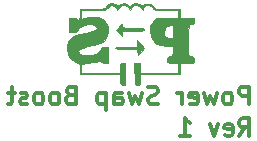
<source format=gbo>
G04 #@! TF.FileFunction,Legend,Bot*
%FSLAX46Y46*%
G04 Gerber Fmt 4.6, Leading zero omitted, Abs format (unit mm)*
G04 Created by KiCad (PCBNEW 0.201509151501+6198~30~ubuntu14.04.1-product) date Sun 08 Nov 2015 02:29:05 PM EST*
%MOMM*%
G01*
G04 APERTURE LIST*
%ADD10C,0.100000*%
%ADD11C,0.300000*%
%ADD12C,0.010000*%
%ADD13R,2.432000X2.432000*%
%ADD14O,2.432000X2.432000*%
%ADD15C,0.501600*%
G04 APERTURE END LIST*
D10*
D11*
X129543713Y-70655571D02*
X130043713Y-69941286D01*
X130400856Y-70655571D02*
X130400856Y-69155571D01*
X129829428Y-69155571D01*
X129686570Y-69227000D01*
X129615142Y-69298429D01*
X129543713Y-69441286D01*
X129543713Y-69655571D01*
X129615142Y-69798429D01*
X129686570Y-69869857D01*
X129829428Y-69941286D01*
X130400856Y-69941286D01*
X128329428Y-70584143D02*
X128472285Y-70655571D01*
X128757999Y-70655571D01*
X128900856Y-70584143D01*
X128972285Y-70441286D01*
X128972285Y-69869857D01*
X128900856Y-69727000D01*
X128757999Y-69655571D01*
X128472285Y-69655571D01*
X128329428Y-69727000D01*
X128257999Y-69869857D01*
X128257999Y-70012714D01*
X128972285Y-70155571D01*
X127757999Y-69655571D02*
X127400856Y-70655571D01*
X127043714Y-69655571D01*
X124543714Y-70655571D02*
X125400857Y-70655571D01*
X124972285Y-70655571D02*
X124972285Y-69155571D01*
X125115142Y-69369857D01*
X125258000Y-69512714D01*
X125400857Y-69584143D01*
X130376143Y-67988571D02*
X130376143Y-66488571D01*
X129804715Y-66488571D01*
X129661857Y-66560000D01*
X129590429Y-66631429D01*
X129519000Y-66774286D01*
X129519000Y-66988571D01*
X129590429Y-67131429D01*
X129661857Y-67202857D01*
X129804715Y-67274286D01*
X130376143Y-67274286D01*
X128661857Y-67988571D02*
X128804715Y-67917143D01*
X128876143Y-67845714D01*
X128947572Y-67702857D01*
X128947572Y-67274286D01*
X128876143Y-67131429D01*
X128804715Y-67060000D01*
X128661857Y-66988571D01*
X128447572Y-66988571D01*
X128304715Y-67060000D01*
X128233286Y-67131429D01*
X128161857Y-67274286D01*
X128161857Y-67702857D01*
X128233286Y-67845714D01*
X128304715Y-67917143D01*
X128447572Y-67988571D01*
X128661857Y-67988571D01*
X127661857Y-66988571D02*
X127376143Y-67988571D01*
X127090429Y-67274286D01*
X126804714Y-67988571D01*
X126519000Y-66988571D01*
X125376143Y-67917143D02*
X125519000Y-67988571D01*
X125804714Y-67988571D01*
X125947571Y-67917143D01*
X126019000Y-67774286D01*
X126019000Y-67202857D01*
X125947571Y-67060000D01*
X125804714Y-66988571D01*
X125519000Y-66988571D01*
X125376143Y-67060000D01*
X125304714Y-67202857D01*
X125304714Y-67345714D01*
X126019000Y-67488571D01*
X124661857Y-67988571D02*
X124661857Y-66988571D01*
X124661857Y-67274286D02*
X124590429Y-67131429D01*
X124519000Y-67060000D01*
X124376143Y-66988571D01*
X124233286Y-66988571D01*
X122661858Y-67917143D02*
X122447572Y-67988571D01*
X122090429Y-67988571D01*
X121947572Y-67917143D01*
X121876143Y-67845714D01*
X121804715Y-67702857D01*
X121804715Y-67560000D01*
X121876143Y-67417143D01*
X121947572Y-67345714D01*
X122090429Y-67274286D01*
X122376143Y-67202857D01*
X122519001Y-67131429D01*
X122590429Y-67060000D01*
X122661858Y-66917143D01*
X122661858Y-66774286D01*
X122590429Y-66631429D01*
X122519001Y-66560000D01*
X122376143Y-66488571D01*
X122019001Y-66488571D01*
X121804715Y-66560000D01*
X121304715Y-66988571D02*
X121019001Y-67988571D01*
X120733287Y-67274286D01*
X120447572Y-67988571D01*
X120161858Y-66988571D01*
X118947572Y-67988571D02*
X118947572Y-67202857D01*
X119019001Y-67060000D01*
X119161858Y-66988571D01*
X119447572Y-66988571D01*
X119590429Y-67060000D01*
X118947572Y-67917143D02*
X119090429Y-67988571D01*
X119447572Y-67988571D01*
X119590429Y-67917143D01*
X119661858Y-67774286D01*
X119661858Y-67631429D01*
X119590429Y-67488571D01*
X119447572Y-67417143D01*
X119090429Y-67417143D01*
X118947572Y-67345714D01*
X118233286Y-66988571D02*
X118233286Y-68488571D01*
X118233286Y-67060000D02*
X118090429Y-66988571D01*
X117804715Y-66988571D01*
X117661858Y-67060000D01*
X117590429Y-67131429D01*
X117519000Y-67274286D01*
X117519000Y-67702857D01*
X117590429Y-67845714D01*
X117661858Y-67917143D01*
X117804715Y-67988571D01*
X118090429Y-67988571D01*
X118233286Y-67917143D01*
X115233286Y-67202857D02*
X115019000Y-67274286D01*
X114947572Y-67345714D01*
X114876143Y-67488571D01*
X114876143Y-67702857D01*
X114947572Y-67845714D01*
X115019000Y-67917143D01*
X115161858Y-67988571D01*
X115733286Y-67988571D01*
X115733286Y-66488571D01*
X115233286Y-66488571D01*
X115090429Y-66560000D01*
X115019000Y-66631429D01*
X114947572Y-66774286D01*
X114947572Y-66917143D01*
X115019000Y-67060000D01*
X115090429Y-67131429D01*
X115233286Y-67202857D01*
X115733286Y-67202857D01*
X114019000Y-67988571D02*
X114161858Y-67917143D01*
X114233286Y-67845714D01*
X114304715Y-67702857D01*
X114304715Y-67274286D01*
X114233286Y-67131429D01*
X114161858Y-67060000D01*
X114019000Y-66988571D01*
X113804715Y-66988571D01*
X113661858Y-67060000D01*
X113590429Y-67131429D01*
X113519000Y-67274286D01*
X113519000Y-67702857D01*
X113590429Y-67845714D01*
X113661858Y-67917143D01*
X113804715Y-67988571D01*
X114019000Y-67988571D01*
X112661857Y-67988571D02*
X112804715Y-67917143D01*
X112876143Y-67845714D01*
X112947572Y-67702857D01*
X112947572Y-67274286D01*
X112876143Y-67131429D01*
X112804715Y-67060000D01*
X112661857Y-66988571D01*
X112447572Y-66988571D01*
X112304715Y-67060000D01*
X112233286Y-67131429D01*
X112161857Y-67274286D01*
X112161857Y-67702857D01*
X112233286Y-67845714D01*
X112304715Y-67917143D01*
X112447572Y-67988571D01*
X112661857Y-67988571D01*
X111590429Y-67917143D02*
X111447572Y-67988571D01*
X111161857Y-67988571D01*
X111019000Y-67917143D01*
X110947572Y-67774286D01*
X110947572Y-67702857D01*
X111019000Y-67560000D01*
X111161857Y-67488571D01*
X111376143Y-67488571D01*
X111519000Y-67417143D01*
X111590429Y-67274286D01*
X111590429Y-67202857D01*
X111519000Y-67060000D01*
X111376143Y-66988571D01*
X111161857Y-66988571D01*
X111019000Y-67060000D01*
X110519000Y-66988571D02*
X109947571Y-66988571D01*
X110304714Y-66488571D02*
X110304714Y-67774286D01*
X110233286Y-67917143D01*
X110090428Y-67988571D01*
X109947571Y-67988571D01*
D12*
G36*
X119583016Y-59482714D02*
X119511242Y-59516419D01*
X119311744Y-59595299D01*
X119150864Y-59580074D01*
X119016398Y-59518717D01*
X118717554Y-59448311D01*
X118438060Y-59531237D01*
X118240458Y-59729227D01*
X118181998Y-59801875D01*
X118093561Y-59850750D01*
X117944287Y-59880498D01*
X117703312Y-59895762D01*
X117339774Y-59901190D01*
X117094801Y-59901666D01*
X116056834Y-59901666D01*
X116056834Y-60320003D01*
X116030903Y-60623346D01*
X115958341Y-60790433D01*
X115846991Y-60808922D01*
X115778523Y-60757889D01*
X115633230Y-60692190D01*
X115412480Y-60663700D01*
X115404900Y-60663666D01*
X115125500Y-60663666D01*
X115125500Y-61838271D01*
X115400667Y-61864802D01*
X115613685Y-61854710D01*
X115766288Y-61746024D01*
X115847701Y-61637333D01*
X116074121Y-61420922D01*
X116384891Y-61272891D01*
X116730857Y-61200801D01*
X117062869Y-61212210D01*
X117331775Y-61314679D01*
X117421414Y-61395277D01*
X117461645Y-61542698D01*
X117342898Y-61683656D01*
X117075527Y-61811437D01*
X116669887Y-61919325D01*
X116589207Y-61934967D01*
X115993647Y-62071299D01*
X115550030Y-62238634D01*
X115241889Y-62450341D01*
X115052755Y-62719788D01*
X114966160Y-63060345D01*
X114956167Y-63260592D01*
X115013882Y-63711828D01*
X115196394Y-64056872D01*
X115517749Y-64317632D01*
X115689199Y-64403634D01*
X115908346Y-64509306D01*
X116016607Y-64612996D01*
X116053077Y-64776402D01*
X116056834Y-64983838D01*
X116056834Y-65401420D01*
X117729000Y-65424376D01*
X119401167Y-65447333D01*
X119426758Y-65891833D01*
X119448834Y-66151523D01*
X119490917Y-66283981D01*
X119575053Y-66331296D01*
X119659592Y-66336333D01*
X119866834Y-66336333D01*
X119866834Y-64473666D01*
X119655167Y-64473666D01*
X119529545Y-64487391D01*
X119466875Y-64557437D01*
X119445506Y-64727106D01*
X119443500Y-64897000D01*
X119443500Y-65320333D01*
X116141500Y-65320333D01*
X116141500Y-64593153D01*
X116713000Y-64489229D01*
X117052609Y-64427516D01*
X117365838Y-64370668D01*
X117559667Y-64335555D01*
X117765160Y-64323762D01*
X117834834Y-64379736D01*
X117909230Y-64441810D01*
X118092177Y-64472851D01*
X118131167Y-64473666D01*
X118427500Y-64473666D01*
X118427500Y-63119000D01*
X118137056Y-63119000D01*
X117929671Y-63141652D01*
X117837495Y-63228841D01*
X117819556Y-63301005D01*
X117701607Y-63550736D01*
X117438753Y-63725603D01*
X117040083Y-63821169D01*
X116718251Y-63838666D01*
X116394474Y-63831941D01*
X116194849Y-63804101D01*
X116074469Y-63743648D01*
X115998444Y-63654372D01*
X115923352Y-63506197D01*
X115963169Y-63389246D01*
X116044525Y-63300642D01*
X116241342Y-63180204D01*
X116527219Y-63090910D01*
X116622231Y-63074349D01*
X117240183Y-62961178D01*
X117707654Y-62808586D01*
X118041184Y-62605044D01*
X118257313Y-62339023D01*
X118372581Y-61998995D01*
X118394194Y-61839207D01*
X118393106Y-61431724D01*
X118289606Y-61125320D01*
X118062667Y-60872579D01*
X117918267Y-60766142D01*
X117732506Y-60658317D01*
X117544112Y-60603033D01*
X117292744Y-60588875D01*
X117030500Y-60598173D01*
X116710461Y-60623308D01*
X116443757Y-60659280D01*
X116289667Y-60697797D01*
X116199243Y-60719000D01*
X116155294Y-60649390D01*
X116141928Y-60454495D01*
X116141500Y-60376391D01*
X116141500Y-59986333D01*
X117222090Y-59986333D01*
X117667493Y-59984909D01*
X117973116Y-59977415D01*
X118168508Y-59959014D01*
X118283219Y-59924871D01*
X118346798Y-59870152D01*
X118386257Y-59795833D01*
X118538082Y-59621827D01*
X118748277Y-59574176D01*
X118960174Y-59654973D01*
X119067649Y-59770641D01*
X119210401Y-59988508D01*
X119407574Y-59775754D01*
X119645746Y-59598541D01*
X119872930Y-59589110D01*
X120084003Y-59747544D01*
X120097909Y-59764753D01*
X120256608Y-59966506D01*
X120436315Y-59764753D01*
X120665405Y-59594491D01*
X120892808Y-59592367D01*
X121108464Y-59758237D01*
X121121707Y-59774666D01*
X121278758Y-59946766D01*
X121366001Y-59970435D01*
X121390834Y-59862312D01*
X121459777Y-59704886D01*
X121629305Y-59615176D01*
X121843467Y-59596319D01*
X122046313Y-59651453D01*
X122181891Y-59783718D01*
X122195230Y-59817196D01*
X122229274Y-59887776D01*
X122297760Y-59935473D01*
X122429725Y-59964728D01*
X122654205Y-59979978D01*
X123000235Y-59985664D01*
X123301539Y-59986333D01*
X124354167Y-59986333D01*
X124354167Y-60648684D01*
X122477253Y-60706000D01*
X122230377Y-60982502D01*
X122074879Y-61189270D01*
X122001830Y-61401970D01*
X121983632Y-61701087D01*
X121983632Y-61702169D01*
X122041922Y-62201405D01*
X122218521Y-62581212D01*
X122516520Y-62844493D01*
X122939010Y-62994153D01*
X123401667Y-63034201D01*
X123930834Y-63034333D01*
X123930834Y-63422687D01*
X123919605Y-63667396D01*
X123865610Y-63801292D01*
X123738388Y-63882448D01*
X123676834Y-63906916D01*
X123489220Y-64015436D01*
X123424993Y-64181168D01*
X123422834Y-64238228D01*
X123432247Y-64372877D01*
X123488238Y-64442968D01*
X123632434Y-64469548D01*
X123888500Y-64473666D01*
X124354167Y-64473666D01*
X124354167Y-65320333D01*
X121136834Y-65320333D01*
X121136834Y-64897000D01*
X121131360Y-64646412D01*
X121097265Y-64521455D01*
X121008039Y-64478440D01*
X120879969Y-64473666D01*
X120623105Y-64473666D01*
X120671167Y-66294000D01*
X120904000Y-66320790D01*
X121036488Y-66327825D01*
X121105832Y-66283599D01*
X121132469Y-66149097D01*
X121136833Y-65885304D01*
X121136834Y-65876290D01*
X121136834Y-65405000D01*
X124523500Y-65405000D01*
X124523500Y-64473666D01*
X125116167Y-64473666D01*
X125425651Y-64471164D01*
X125602753Y-64453872D01*
X125684424Y-64407110D01*
X125707617Y-64316201D01*
X125708834Y-64238228D01*
X125668158Y-64048971D01*
X125515513Y-63931821D01*
X125454834Y-63906916D01*
X125200834Y-63811042D01*
X125200834Y-62592954D01*
X125204957Y-62067951D01*
X125216748Y-61792555D01*
X123930834Y-61792555D01*
X123922761Y-62079657D01*
X123901723Y-62294624D01*
X123875931Y-62383680D01*
X123755425Y-62406718D01*
X123557665Y-62373653D01*
X123358247Y-62301256D01*
X123274667Y-62250291D01*
X123205544Y-62116816D01*
X123170075Y-61893832D01*
X123168834Y-61843433D01*
X123237534Y-61535807D01*
X123429635Y-61332929D01*
X123724140Y-61256456D01*
X123738006Y-61256333D01*
X123842887Y-61269037D01*
X123900748Y-61332831D01*
X123925443Y-61486233D01*
X123930823Y-61767767D01*
X123930834Y-61792555D01*
X125216748Y-61792555D01*
X125221180Y-61689055D01*
X125255286Y-61433158D01*
X125313055Y-61277152D01*
X125400270Y-61197929D01*
X125522711Y-61172380D01*
X125556434Y-61171666D01*
X125670281Y-61122476D01*
X125708358Y-60951672D01*
X125708834Y-60917666D01*
X125708834Y-60663666D01*
X124523500Y-60663666D01*
X124523500Y-59901666D01*
X123432709Y-59901666D01*
X122984113Y-59899949D01*
X122676618Y-59892009D01*
X122482000Y-59873659D01*
X122372039Y-59840713D01*
X122318513Y-59788986D01*
X122297902Y-59733352D01*
X122172622Y-59551155D01*
X121948947Y-59456239D01*
X121682196Y-59464857D01*
X121549286Y-59513404D01*
X121349878Y-59589700D01*
X121184621Y-59568430D01*
X121071891Y-59515989D01*
X120772317Y-59440395D01*
X120482175Y-59532615D01*
X120353667Y-59628470D01*
X120241804Y-59697562D01*
X120205500Y-59674379D01*
X120136751Y-59582058D01*
X119985435Y-59489912D01*
X119785082Y-59434302D01*
X119583016Y-59482714D01*
X119583016Y-59482714D01*
G37*
X119583016Y-59482714D02*
X119511242Y-59516419D01*
X119311744Y-59595299D01*
X119150864Y-59580074D01*
X119016398Y-59518717D01*
X118717554Y-59448311D01*
X118438060Y-59531237D01*
X118240458Y-59729227D01*
X118181998Y-59801875D01*
X118093561Y-59850750D01*
X117944287Y-59880498D01*
X117703312Y-59895762D01*
X117339774Y-59901190D01*
X117094801Y-59901666D01*
X116056834Y-59901666D01*
X116056834Y-60320003D01*
X116030903Y-60623346D01*
X115958341Y-60790433D01*
X115846991Y-60808922D01*
X115778523Y-60757889D01*
X115633230Y-60692190D01*
X115412480Y-60663700D01*
X115404900Y-60663666D01*
X115125500Y-60663666D01*
X115125500Y-61838271D01*
X115400667Y-61864802D01*
X115613685Y-61854710D01*
X115766288Y-61746024D01*
X115847701Y-61637333D01*
X116074121Y-61420922D01*
X116384891Y-61272891D01*
X116730857Y-61200801D01*
X117062869Y-61212210D01*
X117331775Y-61314679D01*
X117421414Y-61395277D01*
X117461645Y-61542698D01*
X117342898Y-61683656D01*
X117075527Y-61811437D01*
X116669887Y-61919325D01*
X116589207Y-61934967D01*
X115993647Y-62071299D01*
X115550030Y-62238634D01*
X115241889Y-62450341D01*
X115052755Y-62719788D01*
X114966160Y-63060345D01*
X114956167Y-63260592D01*
X115013882Y-63711828D01*
X115196394Y-64056872D01*
X115517749Y-64317632D01*
X115689199Y-64403634D01*
X115908346Y-64509306D01*
X116016607Y-64612996D01*
X116053077Y-64776402D01*
X116056834Y-64983838D01*
X116056834Y-65401420D01*
X117729000Y-65424376D01*
X119401167Y-65447333D01*
X119426758Y-65891833D01*
X119448834Y-66151523D01*
X119490917Y-66283981D01*
X119575053Y-66331296D01*
X119659592Y-66336333D01*
X119866834Y-66336333D01*
X119866834Y-64473666D01*
X119655167Y-64473666D01*
X119529545Y-64487391D01*
X119466875Y-64557437D01*
X119445506Y-64727106D01*
X119443500Y-64897000D01*
X119443500Y-65320333D01*
X116141500Y-65320333D01*
X116141500Y-64593153D01*
X116713000Y-64489229D01*
X117052609Y-64427516D01*
X117365838Y-64370668D01*
X117559667Y-64335555D01*
X117765160Y-64323762D01*
X117834834Y-64379736D01*
X117909230Y-64441810D01*
X118092177Y-64472851D01*
X118131167Y-64473666D01*
X118427500Y-64473666D01*
X118427500Y-63119000D01*
X118137056Y-63119000D01*
X117929671Y-63141652D01*
X117837495Y-63228841D01*
X117819556Y-63301005D01*
X117701607Y-63550736D01*
X117438753Y-63725603D01*
X117040083Y-63821169D01*
X116718251Y-63838666D01*
X116394474Y-63831941D01*
X116194849Y-63804101D01*
X116074469Y-63743648D01*
X115998444Y-63654372D01*
X115923352Y-63506197D01*
X115963169Y-63389246D01*
X116044525Y-63300642D01*
X116241342Y-63180204D01*
X116527219Y-63090910D01*
X116622231Y-63074349D01*
X117240183Y-62961178D01*
X117707654Y-62808586D01*
X118041184Y-62605044D01*
X118257313Y-62339023D01*
X118372581Y-61998995D01*
X118394194Y-61839207D01*
X118393106Y-61431724D01*
X118289606Y-61125320D01*
X118062667Y-60872579D01*
X117918267Y-60766142D01*
X117732506Y-60658317D01*
X117544112Y-60603033D01*
X117292744Y-60588875D01*
X117030500Y-60598173D01*
X116710461Y-60623308D01*
X116443757Y-60659280D01*
X116289667Y-60697797D01*
X116199243Y-60719000D01*
X116155294Y-60649390D01*
X116141928Y-60454495D01*
X116141500Y-60376391D01*
X116141500Y-59986333D01*
X117222090Y-59986333D01*
X117667493Y-59984909D01*
X117973116Y-59977415D01*
X118168508Y-59959014D01*
X118283219Y-59924871D01*
X118346798Y-59870152D01*
X118386257Y-59795833D01*
X118538082Y-59621827D01*
X118748277Y-59574176D01*
X118960174Y-59654973D01*
X119067649Y-59770641D01*
X119210401Y-59988508D01*
X119407574Y-59775754D01*
X119645746Y-59598541D01*
X119872930Y-59589110D01*
X120084003Y-59747544D01*
X120097909Y-59764753D01*
X120256608Y-59966506D01*
X120436315Y-59764753D01*
X120665405Y-59594491D01*
X120892808Y-59592367D01*
X121108464Y-59758237D01*
X121121707Y-59774666D01*
X121278758Y-59946766D01*
X121366001Y-59970435D01*
X121390834Y-59862312D01*
X121459777Y-59704886D01*
X121629305Y-59615176D01*
X121843467Y-59596319D01*
X122046313Y-59651453D01*
X122181891Y-59783718D01*
X122195230Y-59817196D01*
X122229274Y-59887776D01*
X122297760Y-59935473D01*
X122429725Y-59964728D01*
X122654205Y-59979978D01*
X123000235Y-59985664D01*
X123301539Y-59986333D01*
X124354167Y-59986333D01*
X124354167Y-60648684D01*
X122477253Y-60706000D01*
X122230377Y-60982502D01*
X122074879Y-61189270D01*
X122001830Y-61401970D01*
X121983632Y-61701087D01*
X121983632Y-61702169D01*
X122041922Y-62201405D01*
X122218521Y-62581212D01*
X122516520Y-62844493D01*
X122939010Y-62994153D01*
X123401667Y-63034201D01*
X123930834Y-63034333D01*
X123930834Y-63422687D01*
X123919605Y-63667396D01*
X123865610Y-63801292D01*
X123738388Y-63882448D01*
X123676834Y-63906916D01*
X123489220Y-64015436D01*
X123424993Y-64181168D01*
X123422834Y-64238228D01*
X123432247Y-64372877D01*
X123488238Y-64442968D01*
X123632434Y-64469548D01*
X123888500Y-64473666D01*
X124354167Y-64473666D01*
X124354167Y-65320333D01*
X121136834Y-65320333D01*
X121136834Y-64897000D01*
X121131360Y-64646412D01*
X121097265Y-64521455D01*
X121008039Y-64478440D01*
X120879969Y-64473666D01*
X120623105Y-64473666D01*
X120671167Y-66294000D01*
X120904000Y-66320790D01*
X121036488Y-66327825D01*
X121105832Y-66283599D01*
X121132469Y-66149097D01*
X121136833Y-65885304D01*
X121136834Y-65876290D01*
X121136834Y-65405000D01*
X124523500Y-65405000D01*
X124523500Y-64473666D01*
X125116167Y-64473666D01*
X125425651Y-64471164D01*
X125602753Y-64453872D01*
X125684424Y-64407110D01*
X125707617Y-64316201D01*
X125708834Y-64238228D01*
X125668158Y-64048971D01*
X125515513Y-63931821D01*
X125454834Y-63906916D01*
X125200834Y-63811042D01*
X125200834Y-62592954D01*
X125204957Y-62067951D01*
X125216748Y-61792555D01*
X123930834Y-61792555D01*
X123922761Y-62079657D01*
X123901723Y-62294624D01*
X123875931Y-62383680D01*
X123755425Y-62406718D01*
X123557665Y-62373653D01*
X123358247Y-62301256D01*
X123274667Y-62250291D01*
X123205544Y-62116816D01*
X123170075Y-61893832D01*
X123168834Y-61843433D01*
X123237534Y-61535807D01*
X123429635Y-61332929D01*
X123724140Y-61256456D01*
X123738006Y-61256333D01*
X123842887Y-61269037D01*
X123900748Y-61332831D01*
X123925443Y-61486233D01*
X123930823Y-61767767D01*
X123930834Y-61792555D01*
X125216748Y-61792555D01*
X125221180Y-61689055D01*
X125255286Y-61433158D01*
X125313055Y-61277152D01*
X125400270Y-61197929D01*
X125522711Y-61172380D01*
X125556434Y-61171666D01*
X125670281Y-61122476D01*
X125708358Y-60951672D01*
X125708834Y-60917666D01*
X125708834Y-60663666D01*
X124523500Y-60663666D01*
X124523500Y-59901666D01*
X123432709Y-59901666D01*
X122984113Y-59899949D01*
X122676618Y-59892009D01*
X122482000Y-59873659D01*
X122372039Y-59840713D01*
X122318513Y-59788986D01*
X122297902Y-59733352D01*
X122172622Y-59551155D01*
X121948947Y-59456239D01*
X121682196Y-59464857D01*
X121549286Y-59513404D01*
X121349878Y-59589700D01*
X121184621Y-59568430D01*
X121071891Y-59515989D01*
X120772317Y-59440395D01*
X120482175Y-59532615D01*
X120353667Y-59628470D01*
X120241804Y-59697562D01*
X120205500Y-59674379D01*
X120136751Y-59582058D01*
X119985435Y-59489912D01*
X119785082Y-59434302D01*
X119583016Y-59482714D01*
G36*
X120885125Y-62849115D02*
X120882834Y-63129563D01*
X119951328Y-63103115D01*
X119518693Y-63095852D01*
X119233525Y-63104433D01*
X119074540Y-63130671D01*
X119020454Y-63176379D01*
X119019995Y-63182500D01*
X119069467Y-63232405D01*
X119230592Y-63265203D01*
X119522725Y-63283106D01*
X119946136Y-63288333D01*
X120872105Y-63288333D01*
X120925167Y-63807929D01*
X121208991Y-63514001D01*
X121492816Y-63220073D01*
X121190116Y-62894370D01*
X120887416Y-62568666D01*
X120885125Y-62849115D01*
X120885125Y-62849115D01*
G37*
X120885125Y-62849115D02*
X120882834Y-63129563D01*
X119951328Y-63103115D01*
X119518693Y-63095852D01*
X119233525Y-63104433D01*
X119074540Y-63130671D01*
X119020454Y-63176379D01*
X119019995Y-63182500D01*
X119069467Y-63232405D01*
X119230592Y-63265203D01*
X119522725Y-63283106D01*
X119946136Y-63288333D01*
X120872105Y-63288333D01*
X120925167Y-63807929D01*
X121208991Y-63514001D01*
X121492816Y-63220073D01*
X121190116Y-62894370D01*
X120887416Y-62568666D01*
X120885125Y-62849115D01*
G36*
X119438459Y-61308187D02*
X119339295Y-61406128D01*
X119065757Y-61679666D01*
X119339295Y-61953205D01*
X119612834Y-62226743D01*
X119612834Y-61764333D01*
X120544167Y-61764333D01*
X120961044Y-61760705D01*
X121235534Y-61747382D01*
X121394475Y-61720705D01*
X121464707Y-61677012D01*
X121475500Y-61637333D01*
X121448898Y-61580486D01*
X121351198Y-61543056D01*
X121155561Y-61521382D01*
X120835150Y-61511805D01*
X120544167Y-61510333D01*
X120137381Y-61508864D01*
X119870482Y-61500478D01*
X119714027Y-61479204D01*
X119638572Y-61439069D01*
X119614674Y-61374104D01*
X119612834Y-61321461D01*
X119603815Y-61215708D01*
X119556045Y-61208078D01*
X119438459Y-61308187D01*
X119438459Y-61308187D01*
G37*
X119438459Y-61308187D02*
X119339295Y-61406128D01*
X119065757Y-61679666D01*
X119339295Y-61953205D01*
X119612834Y-62226743D01*
X119612834Y-61764333D01*
X120544167Y-61764333D01*
X120961044Y-61760705D01*
X121235534Y-61747382D01*
X121394475Y-61720705D01*
X121464707Y-61677012D01*
X121475500Y-61637333D01*
X121448898Y-61580486D01*
X121351198Y-61543056D01*
X121155561Y-61521382D01*
X120835150Y-61511805D01*
X120544167Y-61510333D01*
X120137381Y-61508864D01*
X119870482Y-61500478D01*
X119714027Y-61479204D01*
X119638572Y-61439069D01*
X119614674Y-61374104D01*
X119612834Y-61321461D01*
X119603815Y-61215708D01*
X119556045Y-61208078D01*
X119438459Y-61308187D01*
%LPC*%
D13*
X121498360Y-57561480D03*
D14*
X118958360Y-57561480D03*
D13*
X121762520Y-102788720D03*
D14*
X119222520Y-102788720D03*
D15*
X119380000Y-72390000D03*
M02*

</source>
